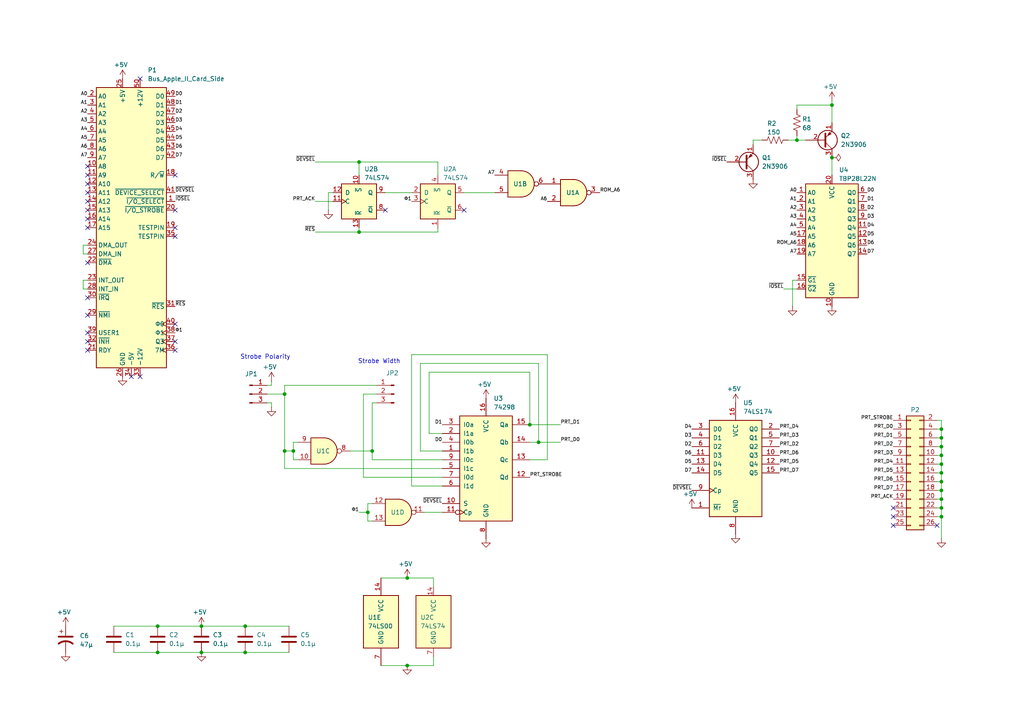
<source format=kicad_sch>
(kicad_sch (version 20231120) (generator "eeschema") (generator_version "8.0")
  (paper "A4")
  (title_block (title "Microtek PV611") (date "2024-07-27") (rev "B") (comment 2 "captured by Mark Aikens") (comment 3 "by Microtek") (comment 4 "Apple II Parallel Printer card"))
  (lib_symbols
    (symbol "74xx:74LS00" (pin_names (offset 1.016))
      (property "Reference" "U" (at 0 1.27 0))
      (property "Value" "74LS00" (at 0 -1.27 0))
      (symbol "74LS00_1_1"
        (arc (start 0 -3.81) (mid 3.7934 0) (end 0 3.81) (stroke (width 0.254)) (fill (type background)))
        (polyline (pts (xy 0 3.81) (xy -3.81 3.81) (xy -3.81 -3.81) (xy 0 -3.81)) (stroke (width 0.254)) (fill (type background)))
        (pin input line (at -7.62 2.54 0) (length 3.81) (name "~") (number "1"))
        (pin input line (at -7.62 -2.54 0) (length 3.81) (name "~") (number "2"))
        (pin output inverted (at 7.62 0 180) (length 3.81) (name "~") (number "3"))
      )
      (symbol "74LS00_1_2"
        (arc (start -3.81 -3.81) (mid -2.589 0) (end -3.81 3.81) (stroke (width 0.254)))
        (arc (start -0.6096 -3.81) (mid 2.1842 -2.5851) (end 3.81 0) (stroke (width 0.254)) (fill (type background)))
        (polyline (pts (xy -3.81 -3.81) (xy -0.635 -3.81)) (stroke (width 0.254)) (fill (type background)))
        (polyline (pts (xy -3.81 3.81) (xy -0.635 3.81)) (stroke (width 0.254)) (fill (type background)))
        (polyline (pts (xy -0.635 3.81) (xy -3.81 3.81) (xy -3.81 3.81) (xy -3.556 3.4036) (xy -3.0226 2.2606) (xy -2.6924 1.0414) (xy -2.6162 -0.254) (xy -2.7686 -1.4986) (xy -3.175 -2.7178) (xy -3.81 -3.81) (xy -3.81 -3.81) (xy -0.635 -3.81)) (stroke (width -25.4)) (fill (type background)))
        (arc (start 3.81 0) (mid 2.1915 2.5936) (end -0.6096 3.81) (stroke (width 0.254)) (fill (type background)))
        (pin input inverted (at -7.62 2.54 0) (length 4.318) (name "~") (number "1"))
        (pin input inverted (at -7.62 -2.54 0) (length 4.318) (name "~") (number "2"))
        (pin output line (at 7.62 0 180) (length 3.81) (name "~") (number "3"))
      )
      (symbol "74LS00_2_1"
        (arc (start 0 -3.81) (mid 3.7934 0) (end 0 3.81) (stroke (width 0.254)) (fill (type background)))
        (polyline (pts (xy 0 3.81) (xy -3.81 3.81) (xy -3.81 -3.81) (xy 0 -3.81)) (stroke (width 0.254)) (fill (type background)))
        (pin input line (at -7.62 2.54 0) (length 3.81) (name "~") (number "4"))
        (pin input line (at -7.62 -2.54 0) (length 3.81) (name "~") (number "5"))
        (pin output inverted (at 7.62 0 180) (length 3.81) (name "~") (number "6"))
      )
      (symbol "74LS00_2_2"
        (arc (start -3.81 -3.81) (mid -2.589 0) (end -3.81 3.81) (stroke (width 0.254)))
        (arc (start -0.6096 -3.81) (mid 2.1842 -2.5851) (end 3.81 0) (stroke (width 0.254)) (fill (type background)))
        (polyline (pts (xy -3.81 -3.81) (xy -0.635 -3.81)) (stroke (width 0.254)) (fill (type background)))
        (polyline (pts (xy -3.81 3.81) (xy -0.635 3.81)) (stroke (width 0.254)) (fill (type background)))
        (polyline (pts (xy -0.635 3.81) (xy -3.81 3.81) (xy -3.81 3.81) (xy -3.556 3.4036) (xy -3.0226 2.2606) (xy -2.6924 1.0414) (xy -2.6162 -0.254) (xy -2.7686 -1.4986) (xy -3.175 -2.7178) (xy -3.81 -3.81) (xy -3.81 -3.81) (xy -0.635 -3.81)) (stroke (width -25.4)) (fill (type background)))
        (arc (start 3.81 0) (mid 2.1915 2.5936) (end -0.6096 3.81) (stroke (width 0.254)) (fill (type background)))
        (pin input inverted (at -7.62 2.54 0) (length 4.318) (name "~") (number "4"))
        (pin input inverted (at -7.62 -2.54 0) (length 4.318) (name "~") (number "5"))
        (pin output line (at 7.62 0 180) (length 3.81) (name "~") (number "6"))
      )
      (symbol "74LS00_3_1"
        (arc (start 0 -3.81) (mid 3.7934 0) (end 0 3.81) (stroke (width 0.254)) (fill (type background)))
        (polyline (pts (xy 0 3.81) (xy -3.81 3.81) (xy -3.81 -3.81) (xy 0 -3.81)) (stroke (width 0.254)) (fill (type background)))
        (pin input line (at -7.62 -2.54 0) (length 3.81) (name "~") (number "10"))
        (pin output inverted (at 7.62 0 180) (length 3.81) (name "~") (number "8"))
        (pin input line (at -7.62 2.54 0) (length 3.81) (name "~") (number "9"))
      )
      (symbol "74LS00_3_2"
        (arc (start -3.81 -3.81) (mid -2.589 0) (end -3.81 3.81) (stroke (width 0.254)))
        (arc (start -0.6096 -3.81) (mid 2.1842 -2.5851) (end 3.81 0) (stroke (width 0.254)) (fill (type background)))
        (polyline (pts (xy -3.81 -3.81) (xy -0.635 -3.81)) (stroke (width 0.254)) (fill (type background)))
        (polyline (pts (xy -3.81 3.81) (xy -0.635 3.81)) (stroke (width 0.254)) (fill (type background)))
        (polyline (pts (xy -0.635 3.81) (xy -3.81 3.81) (xy -3.81 3.81) (xy -3.556 3.4036) (xy -3.0226 2.2606) (xy -2.6924 1.0414) (xy -2.6162 -0.254) (xy -2.7686 -1.4986) (xy -3.175 -2.7178) (xy -3.81 -3.81) (xy -3.81 -3.81) (xy -0.635 -3.81)) (stroke (width -25.4)) (fill (type background)))
        (arc (start 3.81 0) (mid 2.1915 2.5936) (end -0.6096 3.81) (stroke (width 0.254)) (fill (type background)))
        (pin input inverted (at -7.62 -2.54 0) (length 4.318) (name "~") (number "10"))
        (pin output line (at 7.62 0 180) (length 3.81) (name "~") (number "8"))
        (pin input inverted (at -7.62 2.54 0) (length 4.318) (name "~") (number "9"))
      )
      (symbol "74LS00_4_1"
        (arc (start 0 -3.81) (mid 3.7934 0) (end 0 3.81) (stroke (width 0.254)) (fill (type background)))
        (polyline (pts (xy 0 3.81) (xy -3.81 3.81) (xy -3.81 -3.81) (xy 0 -3.81)) (stroke (width 0.254)) (fill (type background)))
        (pin output inverted (at 7.62 0 180) (length 3.81) (name "~") (number "11"))
        (pin input line (at -7.62 2.54 0) (length 3.81) (name "~") (number "12"))
        (pin input line (at -7.62 -2.54 0) (length 3.81) (name "~") (number "13"))
      )
      (symbol "74LS00_4_2"
        (arc (start -3.81 -3.81) (mid -2.589 0) (end -3.81 3.81) (stroke (width 0.254)))
        (arc (start -0.6096 -3.81) (mid 2.1842 -2.5851) (end 3.81 0) (stroke (width 0.254)) (fill (type background)))
        (polyline (pts (xy -3.81 -3.81) (xy -0.635 -3.81)) (stroke (width 0.254)) (fill (type background)))
        (polyline (pts (xy -3.81 3.81) (xy -0.635 3.81)) (stroke (width 0.254)) (fill (type background)))
        (polyline (pts (xy -0.635 3.81) (xy -3.81 3.81) (xy -3.81 3.81) (xy -3.556 3.4036) (xy -3.0226 2.2606) (xy -2.6924 1.0414) (xy -2.6162 -0.254) (xy -2.7686 -1.4986) (xy -3.175 -2.7178) (xy -3.81 -3.81) (xy -3.81 -3.81) (xy -0.635 -3.81)) (stroke (width -25.4)) (fill (type background)))
        (arc (start 3.81 0) (mid 2.1915 2.5936) (end -0.6096 3.81) (stroke (width 0.254)) (fill (type background)))
        (pin output line (at 7.62 0 180) (length 3.81) (name "~") (number "11"))
        (pin input inverted (at -7.62 2.54 0) (length 4.318) (name "~") (number "12"))
        (pin input inverted (at -7.62 -2.54 0) (length 4.318) (name "~") (number "13"))
      )
      (symbol "74LS00_5_0"
        (pin power_in line (at 0 12.7 270) (length 5.08) (name "VCC") (number "14"))
        (pin power_in line (at 0 -12.7 90) (length 5.08) (name "GND") (number "7"))
      )
      (symbol "74LS00_5_1"
        (rectangle (start -5.08 7.62) (end 5.08 -7.62) (stroke (width 0.254)) (fill (type background)))
      )
    )
    (symbol "74xx:74LS174" (pin_names (offset 1.016))
      (property "Reference" "U" (at -7.62 13.97 0))
      (property "Value" "74LS174" (at -7.62 -16.51 0))
      (symbol "74LS174_1_0"
        (pin input line (at -12.7 -12.7 0) (length 5.08) (name "~{Mr}") (number "1"))
        (pin output line (at 12.7 2.54 180) (length 5.08) (name "Q3") (number "10"))
        (pin input line (at -12.7 2.54 0) (length 5.08) (name "D3") (number "11"))
        (pin output line (at 12.7 0 180) (length 5.08) (name "Q4") (number "12"))
        (pin input line (at -12.7 0 0) (length 5.08) (name "D4") (number "13"))
        (pin input line (at -12.7 -2.54 0) (length 5.08) (name "D5") (number "14"))
        (pin output line (at 12.7 -2.54 180) (length 5.08) (name "Q5") (number "15"))
        (pin power_in line (at 0 17.78 270) (length 5.08) (name "VCC") (number "16"))
        (pin output line (at 12.7 10.16 180) (length 5.08) (name "Q0") (number "2"))
        (pin input line (at -12.7 10.16 0) (length 5.08) (name "D0") (number "3"))
        (pin input line (at -12.7 7.62 0) (length 5.08) (name "D1") (number "4"))
        (pin output line (at 12.7 7.62 180) (length 5.08) (name "Q1") (number "5"))
        (pin input line (at -12.7 5.08 0) (length 5.08) (name "D2") (number "6"))
        (pin output line (at 12.7 5.08 180) (length 5.08) (name "Q2") (number "7"))
        (pin power_in line (at 0 -20.32 90) (length 5.08) (name "GND") (number "8"))
        (pin input clock (at -12.7 -7.62 0) (length 5.08) (name "Cp") (number "9"))
      )
      (symbol "74LS174_1_1"
        (rectangle (start -7.62 12.7) (end 7.62 -15.24) (stroke (width 0.254)) (fill (type background)))
      )
    )
    (symbol "74xx:74LS298" (pin_names (offset 1.016))
      (property "Reference" "U" (at -7.62 16.51 0))
      (property "Value" "74LS298" (at -7.62 -16.51 0))
      (symbol "74LS298_1_0"
        (pin input line (at -12.7 5.08 0) (length 5.08) (name "I1b") (number "1"))
        (pin input line (at -12.7 -10.16 0) (length 5.08) (name "S") (number "10"))
        (pin input inverted_clock (at -12.7 -12.7 0) (length 5.08) (name "Cp") (number "11"))
        (pin output line (at 12.7 -2.54 180) (length 5.08) (name "Qd") (number "12"))
        (pin output line (at 12.7 2.54 180) (length 5.08) (name "Qc") (number "13"))
        (pin output line (at 12.7 7.62 180) (length 5.08) (name "Qb") (number "14"))
        (pin output line (at 12.7 12.7 180) (length 5.08) (name "Qa") (number "15"))
        (pin power_in line (at 0 20.32 270) (length 5.08) (name "VCC") (number "16"))
        (pin input line (at -12.7 10.16 0) (length 5.08) (name "I1a") (number "2"))
        (pin input line (at -12.7 12.7 0) (length 5.08) (name "I0a") (number "3"))
        (pin input line (at -12.7 7.62 0) (length 5.08) (name "I0b") (number "4"))
        (pin input line (at -12.7 0 0) (length 5.08) (name "I1c") (number "5"))
        (pin input line (at -12.7 -5.08 0) (length 5.08) (name "I1d") (number "6"))
        (pin input line (at -12.7 -2.54 0) (length 5.08) (name "I0d") (number "7"))
        (pin power_in line (at 0 -20.32 90) (length 5.08) (name "GND") (number "8"))
        (pin input line (at -12.7 2.54 0) (length 5.08) (name "I0c") (number "9"))
      )
      (symbol "74LS298_1_1"
        (rectangle (start -7.62 15.24) (end 7.62 -15.24) (stroke (width 0.254)) (fill (type background)))
      )
    )
    (symbol "74xx:74LS74" (pin_names (offset 1.016))
      (property "Reference" "U" (at -7.62 8.89 0))
      (property "Value" "74LS74" (at -7.62 -8.89 0))
      (symbol "74LS74_1_0"
        (pin input line (at 0 -7.62 90) (length 2.54) (name "~{R}") (number "1"))
        (pin input line (at -7.62 2.54 0) (length 2.54) (name "D") (number "2"))
        (pin input clock (at -7.62 0 0) (length 2.54) (name "C") (number "3"))
        (pin input line (at 0 7.62 270) (length 2.54) (name "~{S}") (number "4"))
        (pin output line (at 7.62 2.54 180) (length 2.54) (name "Q") (number "5"))
        (pin output line (at 7.62 -2.54 180) (length 2.54) (name "~{Q}") (number "6"))
      )
      (symbol "74LS74_1_1"
        (rectangle (start -5.08 5.08) (end 5.08 -5.08) (stroke (width 0.254)) (fill (type background)))
      )
      (symbol "74LS74_2_0"
        (pin input line (at 0 7.62 270) (length 2.54) (name "~{S}") (number "10"))
        (pin input clock (at -7.62 0 0) (length 2.54) (name "C") (number "11"))
        (pin input line (at -7.62 2.54 0) (length 2.54) (name "D") (number "12"))
        (pin input line (at 0 -7.62 90) (length 2.54) (name "~{R}") (number "13"))
        (pin output line (at 7.62 -2.54 180) (length 2.54) (name "~{Q}") (number "8"))
        (pin output line (at 7.62 2.54 180) (length 2.54) (name "Q") (number "9"))
      )
      (symbol "74LS74_2_1"
        (rectangle (start -5.08 5.08) (end 5.08 -5.08) (stroke (width 0.254)) (fill (type background)))
      )
      (symbol "74LS74_3_0"
        (pin power_in line (at 0 10.16 270) (length 2.54) (name "VCC") (number "14"))
        (pin power_in line (at 0 -10.16 90) (length 2.54) (name "GND") (number "7"))
      )
      (symbol "74LS74_3_1"
        (rectangle (start -5.08 7.62) (end 5.08 -7.62) (stroke (width 0.254)) (fill (type background)))
      )
    )
    (symbol "Connector:Conn_01x03_Pin" (pin_names (offset 1.016) hide)
      (property "Reference" "J" (at 0 5.08 0))
      (property "Value" "Conn_01x03_Pin" (at 0 -5.08 0))
      (symbol "Conn_01x03_Pin_1_1"
        (polyline (pts (xy 1.27 -2.54) (xy 0.8636 -2.54)) (stroke (width 0.1524)))
        (polyline (pts (xy 1.27 0) (xy 0.8636 0)) (stroke (width 0.1524)))
        (polyline (pts (xy 1.27 2.54) (xy 0.8636 2.54)) (stroke (width 0.1524)))
        (rectangle (start 0.8636 -2.413) (end 0 -2.667) (stroke (width 0.1524)) (fill (type outline)))
        (rectangle (start 0.8636 0.127) (end 0 -0.127) (stroke (width 0.1524)) (fill (type outline)))
        (rectangle (start 0.8636 2.667) (end 0 2.413) (stroke (width 0.1524)) (fill (type outline)))
        (pin passive line (at 5.08 2.54 180) (length 3.81) (name "Pin_1") (number "1"))
        (pin passive line (at 5.08 0 180) (length 3.81) (name "Pin_2") (number "2"))
        (pin passive line (at 5.08 -2.54 180) (length 3.81) (name "Pin_3") (number "3"))
      )
    )
    (symbol "Connector_Generic:Conn_02x13_Odd_Even" (pin_names (offset 1.016) hide)
      (property "Reference" "J" (at 1.27 17.78 0))
      (property "Value" "Conn_02x13_Odd_Even" (at 1.27 -17.78 0))
      (symbol "Conn_02x13_Odd_Even_1_1"
        (rectangle (start -1.27 -15.113) (end 0 -15.367) (stroke (width 0.1524)))
        (rectangle (start -1.27 -12.573) (end 0 -12.827) (stroke (width 0.1524)))
        (rectangle (start -1.27 -10.033) (end 0 -10.287) (stroke (width 0.1524)))
        (rectangle (start -1.27 -7.493) (end 0 -7.747) (stroke (width 0.1524)))
        (rectangle (start -1.27 -4.953) (end 0 -5.207) (stroke (width 0.1524)))
        (rectangle (start -1.27 -2.413) (end 0 -2.667) (stroke (width 0.1524)))
        (rectangle (start -1.27 0.127) (end 0 -0.127) (stroke (width 0.1524)))
        (rectangle (start -1.27 2.667) (end 0 2.413) (stroke (width 0.1524)))
        (rectangle (start -1.27 5.207) (end 0 4.953) (stroke (width 0.1524)))
        (rectangle (start -1.27 7.747) (end 0 7.493) (stroke (width 0.1524)))
        (rectangle (start -1.27 10.287) (end 0 10.033) (stroke (width 0.1524)))
        (rectangle (start -1.27 12.827) (end 0 12.573) (stroke (width 0.1524)))
        (rectangle (start -1.27 15.367) (end 0 15.113) (stroke (width 0.1524)))
        (rectangle (start -1.27 16.51) (end 3.81 -16.51) (stroke (width 0.254)) (fill (type background)))
        (rectangle (start 3.81 -15.113) (end 2.54 -15.367) (stroke (width 0.1524)))
        (rectangle (start 3.81 -12.573) (end 2.54 -12.827) (stroke (width 0.1524)))
        (rectangle (start 3.81 -10.033) (end 2.54 -10.287) (stroke (width 0.1524)))
        (rectangle (start 3.81 -7.493) (end 2.54 -7.747) (stroke (width 0.1524)))
        (rectangle (start 3.81 -4.953) (end 2.54 -5.207) (stroke (width 0.1524)))
        (rectangle (start 3.81 -2.413) (end 2.54 -2.667) (stroke (width 0.1524)))
        (rectangle (start 3.81 0.127) (end 2.54 -0.127) (stroke (width 0.1524)))
        (rectangle (start 3.81 2.667) (end 2.54 2.413) (stroke (width 0.1524)))
        (rectangle (start 3.81 5.207) (end 2.54 4.953) (stroke (width 0.1524)))
        (rectangle (start 3.81 7.747) (end 2.54 7.493) (stroke (width 0.1524)))
        (rectangle (start 3.81 10.287) (end 2.54 10.033) (stroke (width 0.1524)))
        (rectangle (start 3.81 12.827) (end 2.54 12.573) (stroke (width 0.1524)))
        (rectangle (start 3.81 15.367) (end 2.54 15.113) (stroke (width 0.1524)))
        (pin passive line (at -5.08 15.24 0) (length 3.81) (name "Pin_1") (number "1"))
        (pin passive line (at 7.62 5.08 180) (length 3.81) (name "Pin_10") (number "10"))
        (pin passive line (at -5.08 2.54 0) (length 3.81) (name "Pin_11") (number "11"))
        (pin passive line (at 7.62 2.54 180) (length 3.81) (name "Pin_12") (number "12"))
        (pin passive line (at -5.08 0 0) (length 3.81) (name "Pin_13") (number "13"))
        (pin passive line (at 7.62 0 180) (length 3.81) (name "Pin_14") (number "14"))
        (pin passive line (at -5.08 -2.54 0) (length 3.81) (name "Pin_15") (number "15"))
        (pin passive line (at 7.62 -2.54 180) (length 3.81) (name "Pin_16") (number "16"))
        (pin passive line (at -5.08 -5.08 0) (length 3.81) (name "Pin_17") (number "17"))
        (pin passive line (at 7.62 -5.08 180) (length 3.81) (name "Pin_18") (number "18"))
        (pin passive line (at -5.08 -7.62 0) (length 3.81) (name "Pin_19") (number "19"))
        (pin passive line (at 7.62 15.24 180) (length 3.81) (name "Pin_2") (number "2"))
        (pin passive line (at 7.62 -7.62 180) (length 3.81) (name "Pin_20") (number "20"))
        (pin passive line (at -5.08 -10.16 0) (length 3.81) (name "Pin_21") (number "21"))
        (pin passive line (at 7.62 -10.16 180) (length 3.81) (name "Pin_22") (number "22"))
        (pin passive line (at -5.08 -12.7 0) (length 3.81) (name "Pin_23") (number "23"))
        (pin passive line (at 7.62 -12.7 180) (length 3.81) (name "Pin_24") (number "24"))
        (pin passive line (at -5.08 -15.24 0) (length 3.81) (name "Pin_25") (number "25"))
        (pin passive line (at 7.62 -15.24 180) (length 3.81) (name "Pin_26") (number "26"))
        (pin passive line (at -5.08 12.7 0) (length 3.81) (name "Pin_3") (number "3"))
        (pin passive line (at 7.62 12.7 180) (length 3.81) (name "Pin_4") (number "4"))
        (pin passive line (at -5.08 10.16 0) (length 3.81) (name "Pin_5") (number "5"))
        (pin passive line (at 7.62 10.16 180) (length 3.81) (name "Pin_6") (number "6"))
        (pin passive line (at -5.08 7.62 0) (length 3.81) (name "Pin_7") (number "7"))
        (pin passive line (at 7.62 7.62 180) (length 3.81) (name "Pin_8") (number "8"))
        (pin passive line (at -5.08 5.08 0) (length 3.81) (name "Pin_9") (number "9"))
      )
    )
    (symbol "Device:C" (pin_numbers hide) (pin_names (offset 0.254))
      (property "Reference" "C" (at 0.635 2.54 0))
      (property "Value" "C" (at 0.635 -2.54 0))
      (symbol "C_0_1"
        (polyline (pts (xy -2.032 -0.762) (xy 2.032 -0.762)) (stroke (width 0.508)))
        (polyline (pts (xy -2.032 0.762) (xy 2.032 0.762)) (stroke (width 0.508)))
      )
      (symbol "C_1_1"
        (pin passive line (at 0 3.81 270) (length 2.794) (name "~") (number "1"))
        (pin passive line (at 0 -3.81 90) (length 2.794) (name "~") (number "2"))
      )
    )
    (symbol "Device:C_Polarized_US" (pin_numbers hide) (pin_names (offset 0.254) hide)
      (property "Reference" "C" (at 0.635 2.54 0))
      (property "Value" "C_Polarized_US" (at 0.635 -2.54 0))
      (symbol "C_Polarized_US_0_1"
        (polyline (pts (xy -2.032 0.762) (xy 2.032 0.762)) (stroke (width 0.508)))
        (polyline (pts (xy -1.778 2.286) (xy -0.762 2.286)))
        (polyline (pts (xy -1.27 1.778) (xy -1.27 2.794)))
        (arc (start 2.032 -1.27) (mid 0 -0.5572) (end -2.032 -1.27) (stroke (width 0.508)))
      )
      (symbol "C_Polarized_US_1_1"
        (pin passive line (at 0 3.81 270) (length 2.794) (name "~") (number "1"))
        (pin passive line (at 0 -3.81 90) (length 3.302) (name "~") (number "2"))
      )
    )
    (symbol "Device:R_US" (pin_numbers hide) (pin_names (offset 0))
      (property "Reference" "R" (at 2.54 0 90))
      (property "Value" "R_US" (at -2.54 0 90))
      (symbol "R_US_0_1"
        (polyline (pts (xy 0 -2.286) (xy 0 -2.54)))
        (polyline (pts (xy 0 2.286) (xy 0 2.54)))
        (polyline (pts (xy 0 -0.762) (xy 1.016 -1.143) (xy 0 -1.524) (xy -1.016 -1.905) (xy 0 -2.286)))
        (polyline (pts (xy 0 0.762) (xy 1.016 0.381) (xy 0 0) (xy -1.016 -0.381) (xy 0 -0.762)))
        (polyline (pts (xy 0 2.286) (xy 1.016 1.905) (xy 0 1.524) (xy -1.016 1.143) (xy 0 0.762)))
      )
      (symbol "R_US_1_1"
        (pin passive line (at 0 3.81 270) (length 1.27) (name "~") (number "1"))
        (pin passive line (at 0 -3.81 90) (length 1.27) (name "~") (number "2"))
      )
    )
    (symbol "Memory_Legacy:TBP28L22"
      (property "Reference" "U" (at -7.62 17.78 0))
      (property "Value" "TBP28L22" (at 2.54 -18.034 0))
      (symbol "TBP28L22_1_1"
        (rectangle (start -7.62 16.51) (end 7.62 -16.51) (stroke (width 0.254)) (fill (type background)))
        (pin input line (at -10.16 13.97 0) (length 2.54) (name "A0") (number "1"))
        (pin power_in line (at 0 -19.05 90) (length 2.54) (name "GND") (number "10"))
        (pin tri_state line (at 10.16 3.81 180) (length 2.54) (name "Q4") (number "11"))
        (pin tri_state line (at 10.16 1.27 180) (length 2.54) (name "Q5") (number "12"))
        (pin tri_state line (at 10.16 -1.27 180) (length 2.54) (name "Q6") (number "13"))
        (pin tri_state line (at 10.16 -3.81 180) (length 2.54) (name "Q7") (number "14"))
        (pin input line (at -10.16 -11.43 0) (length 2.54) (name "~{G1}") (number "15"))
        (pin input line (at -10.16 -13.97 0) (length 2.54) (name "~{G2}") (number "16"))
        (pin input line (at -10.16 1.27 0) (length 2.54) (name "A5") (number "17"))
        (pin input line (at -10.16 -1.27 0) (length 2.54) (name "A6") (number "18"))
        (pin input line (at -10.16 -3.81 0) (length 2.54) (name "A7") (number "19"))
        (pin input line (at -10.16 11.43 0) (length 2.54) (name "A1") (number "2"))
        (pin power_in line (at 0 19.05 270) (length 2.54) (name "VCC") (number "20"))
        (pin input line (at -10.16 8.89 0) (length 2.54) (name "A2") (number "3"))
        (pin input line (at -10.16 6.35 0) (length 2.54) (name "A3") (number "4"))
        (pin input line (at -10.16 3.81 0) (length 2.54) (name "A4") (number "5"))
        (pin tri_state line (at 10.16 13.97 180) (length 2.54) (name "Q0") (number "6"))
        (pin tri_state line (at 10.16 11.43 180) (length 2.54) (name "Q1") (number "7"))
        (pin tri_state line (at 10.16 8.89 180) (length 2.54) (name "Q2") (number "8"))
        (pin tri_state line (at 10.16 6.35 180) (length 2.54) (name "Q3") (number "9"))
      )
    )
    (symbol "PCM_MA_Connector_AppleII:Bus_Apple_II_Card_Side" (in_bom no)
      (property "Reference" "J" (at 7.62 41.91 0))
      (property "Value" "Bus_Apple_II_Card_Side" (at 15.24 -41.91 0))
      (symbol "Bus_Apple_II_Card_Side_0_1"
        (rectangle (start -10.16 40.64) (end 10.16 -40.64) (stroke (width 0.254)) (fill (type background)))
      )
      (symbol "Bus_Apple_II_Card_Side_1_1"
        (pin output line (at 12.7 7.62 180) (length 2.54) (name "~{I/O_SELECT}") (number "1"))
        (pin bidirectional line (at -12.7 17.78 0) (length 2.54) (name "A8") (number "10"))
        (pin bidirectional line (at -12.7 15.24 0) (length 2.54) (name "A9") (number "11"))
        (pin bidirectional line (at -12.7 12.7 0) (length 2.54) (name "A10") (number "12"))
        (pin bidirectional line (at -12.7 10.16 0) (length 2.54) (name "A11") (number "13"))
        (pin bidirectional line (at -12.7 7.62 0) (length 2.54) (name "A12") (number "14"))
        (pin bidirectional line (at -12.7 5.08 0) (length 2.54) (name "A13") (number "15"))
        (pin bidirectional line (at -12.7 2.54 0) (length 2.54) (name "A14") (number "16"))
        (pin bidirectional line (at -12.7 0 0) (length 2.54) (name "A15") (number "17"))
        (pin bidirectional line (at 12.7 15.24 180) (length 2.54) (name "R/~{W}") (number "18"))
        (pin input line (at 12.7 0 180) (length 2.54) (name "TESTPIN") (number "19"))
        (pin bidirectional line (at -12.7 38.1 0) (length 2.54) (name "A0") (number "2"))
        (pin output line (at 12.7 5.08 180) (length 2.54) (name "~{I/O_STROBE}") (number "20"))
        (pin input line (at -12.7 -35.56 0) (length 2.54) (name "RDY") (number "21"))
        (pin input line (at -12.7 -10.16 0) (length 2.54) (name "~{DMA}") (number "22"))
        (pin input line (at -12.7 -15.24 0) (length 2.54) (name "INT_OUT") (number "23"))
        (pin input line (at -12.7 -5.08 0) (length 2.54) (name "DMA_OUT") (number "24"))
        (pin power_out line (at -2.54 43.18 270) (length 2.54) (name "+5V") (number "25"))
        (pin power_out line (at -2.54 -43.18 90) (length 2.54) (name "GND") (number "26"))
        (pin output line (at -12.7 -7.62 0) (length 2.54) (name "DMA_IN") (number "27"))
        (pin output line (at -12.7 -17.78 0) (length 2.54) (name "INT_IN") (number "28"))
        (pin input line (at -12.7 -25.4 0) (length 2.54) (name "~{NMI}") (number "29"))
        (pin bidirectional line (at -12.7 35.56 0) (length 2.54) (name "A1") (number "3"))
        (pin input line (at -12.7 -20.32 0) (length 2.54) (name "~{IRQ}") (number "30"))
        (pin bidirectional line (at 12.7 -22.86 180) (length 2.54) (name "~{RES}") (number "31"))
        (pin input line (at -12.7 -33.02 0) (length 2.54) (name "~{INH}") (number "32"))
        (pin power_out line (at 2.54 -43.18 90) (length 2.54) (name "-12V") (number "33"))
        (pin power_out line (at 0 -43.18 90) (length 2.54) (name "-5V") (number "34"))
        (pin input line (at 12.7 -2.54 180) (length 2.54) (name "TESTPIN") (number "35"))
        (pin output clock (at 12.7 -35.56 180) (length 2.54) (name "7M") (number "36"))
        (pin output clock (at 12.7 -33.02 180) (length 2.54) (name "Q3") (number "37"))
        (pin output clock (at 12.7 -30.48 180) (length 2.54) (name "Φ1") (number "38"))
        (pin input line (at -12.7 -30.48 0) (length 2.54) (name "USER1") (number "39"))
        (pin bidirectional line (at -12.7 33.02 0) (length 2.54) (name "A2") (number "4"))
        (pin output clock (at 12.7 -27.94 180) (length 2.54) (name "Φ0") (number "40"))
        (pin output line (at 12.7 10.16 180) (length 2.54) (name "~{DEVICE_SELECT}") (number "41"))
        (pin bidirectional line (at 12.7 20.32 180) (length 2.54) (name "D7") (number "42"))
        (pin bidirectional line (at 12.7 22.86 180) (length 2.54) (name "D6") (number "43"))
        (pin bidirectional line (at 12.7 25.4 180) (length 2.54) (name "D5") (number "44"))
        (pin bidirectional line (at 12.7 27.94 180) (length 2.54) (name "D4") (number "45"))
        (pin bidirectional line (at 12.7 30.48 180) (length 2.54) (name "D3") (number "46"))
        (pin bidirectional line (at 12.7 33.02 180) (length 2.54) (name "D2") (number "47"))
        (pin bidirectional line (at 12.7 35.56 180) (length 2.54) (name "D1") (number "48"))
        (pin bidirectional line (at 12.7 38.1 180) (length 2.54) (name "D0") (number "49"))
        (pin bidirectional line (at -12.7 30.48 0) (length 2.54) (name "A3") (number "5"))
        (pin power_out line (at 2.54 43.18 270) (length 2.54) (name "+12V") (number "50"))
        (pin bidirectional line (at -12.7 27.94 0) (length 2.54) (name "A4") (number "6"))
        (pin bidirectional line (at -12.7 25.4 0) (length 2.54) (name "A5") (number "7"))
        (pin bidirectional line (at -12.7 22.86 0) (length 2.54) (name "A6") (number "8"))
        (pin bidirectional line (at -12.7 20.32 0) (length 2.54) (name "A7") (number "9"))
      )
    )
    (symbol "Transistor_BJT:2N3906" (pin_names (offset 0) hide)
      (property "Reference" "Q" (at 5.08 1.905 0))
      (property "Value" "2N3906" (at 5.08 0 0))
      (symbol "2N3906_0_1"
        (polyline (pts (xy 0.635 0.635) (xy 2.54 2.54)))
        (polyline (pts (xy 0.635 -0.635) (xy 2.54 -2.54) (xy 2.54 -2.54)))
        (polyline (pts (xy 0.635 1.905) (xy 0.635 -1.905) (xy 0.635 -1.905)) (stroke (width 0.508)))
        (polyline (pts (xy 2.286 -1.778) (xy 1.778 -2.286) (xy 1.27 -1.27) (xy 2.286 -1.778) (xy 2.286 -1.778)) (fill (type outline)))
        (circle (center 1.27 0) (radius 2.8194) (stroke (width 0.254)))
      )
      (symbol "2N3906_1_1"
        (pin passive line (at 2.54 -5.08 90) (length 2.54) (name "E") (number "1"))
        (pin input line (at -5.08 0 0) (length 5.715) (name "B") (number "2"))
        (pin passive line (at 2.54 5.08 270) (length 2.54) (name "C") (number "3"))
      )
    )
    (symbol "power:+5V" (power) (pin_numbers hide) (pin_names (offset 0) hide)
      (property "Value" "+5V" (at 0 3.556 0))
      (symbol "+5V_0_1"
        (polyline (pts (xy -0.762 1.27) (xy 0 2.54)))
        (polyline (pts (xy 0 0) (xy 0 2.54)))
        (polyline (pts (xy 0 2.54) (xy 0.762 1.27)))
      )
      (symbol "+5V_1_1"
        (pin power_in line (at 0 0 90) (length 0) (name "~") (number "1"))
      )
    )
    (symbol "power:GND" (power) (pin_numbers hide) (pin_names (offset 0) hide)
      (property "Value" "GND" (at 0 -3.81 0))
      (symbol "GND_0_1"
        (polyline (pts (xy 0 0) (xy 0 -1.27) (xy 1.27 -1.27) (xy 0 -2.54) (xy -1.27 -1.27) (xy 0 -1.27)))
      )
      (symbol "GND_1_1"
        (pin power_in line (at 0 0 270) (length 0) (name "~") (number "1"))
      )
    )
    (symbol "power:PWR_FLAG" (power) (pin_numbers hide) (pin_names (offset 0) hide)
      (property "Value" "PWR_FLAG" (at 0 3.81 0))
      (symbol "PWR_FLAG_0_0"
        (pin power_out line (at 0 0 90) (length 0) (name "~") (number "1"))
      )
      (symbol "PWR_FLAG_0_1"
        (polyline (pts (xy 0 0) (xy 0 1.27) (xy -1.016 1.905) (xy 0 2.54) (xy 1.016 1.905) (xy 0 1.27)))
      )
    )
  )
  (junction (at 273.05 134.62))
  (junction (at 71.12 181.61))
  (junction (at 273.05 149.86))
  (junction (at 273.05 127))
  (junction (at 156.21 128.27))
  (junction (at 82.55 130.81))
  (junction (at 241.3 30.48))
  (junction (at 45.72 181.61))
  (junction (at 273.05 144.78))
  (junction (at 273.05 137.16))
  (junction (at 104.14 67.31))
  (junction (at 85.09 130.81))
  (junction (at 273.05 132.08))
  (junction (at 273.05 142.24))
  (junction (at 273.05 129.54))
  (junction (at 153.67 123.19))
  (junction (at 241.3 45.72))
  (junction (at 58.42 189.23))
  (junction (at 118.11 193.04))
  (junction (at 82.55 114.3))
  (junction (at 231.14 40.64))
  (junction (at 107.95 130.81))
  (junction (at 273.05 147.32))
  (junction (at 273.05 139.7))
  (junction (at 45.72 189.23))
  (junction (at 104.14 46.99))
  (junction (at 118.11 167.64))
  (junction (at 58.42 181.61))
  (junction (at 71.12 189.23))
  (junction (at 273.05 124.46))
  (junction (at 106.68 148.59))
  (no_connect (at 50.8 50.8))
  (no_connect (at 25.4 86.36))
  (no_connect (at 25.4 58.42))
  (no_connect (at 25.4 99.06))
  (no_connect (at 25.4 76.2))
  (no_connect (at 50.8 93.98))
  (no_connect (at 25.4 48.26))
  (no_connect (at 259.08 147.32))
  (no_connect (at 111.76 60.96))
  (no_connect (at 50.8 101.6))
  (no_connect (at 40.64 22.86))
  (no_connect (at 40.64 109.22))
  (no_connect (at 25.4 101.6))
  (no_connect (at 271.78 152.4))
  (no_connect (at 25.4 50.8))
  (no_connect (at 25.4 66.04))
  (no_connect (at 25.4 60.96))
  (no_connect (at 50.8 99.06))
  (no_connect (at 259.08 152.4))
  (no_connect (at 25.4 53.34))
  (no_connect (at 25.4 91.44))
  (no_connect (at 50.8 68.58))
  (no_connect (at 259.08 149.86))
  (no_connect (at 50.8 60.96))
  (no_connect (at 25.4 63.5))
  (no_connect (at 50.8 66.04))
  (no_connect (at 25.4 55.88))
  (no_connect (at 134.62 60.96))
  (no_connect (at 25.4 96.52))
  (no_connect (at 38.1 109.22))
  (wire (pts (xy 110.49 167.64) (xy 118.11 167.64)))
  (wire (pts (xy 158.75 102.87) (xy 158.75 133.35)))
  (wire (pts (xy 153.67 107.95) (xy 153.67 123.19)))
  (wire (pts (xy 77.47 114.3) (xy 82.55 114.3)))
  (wire (pts (xy 124.46 125.73) (xy 124.46 107.95)))
  (wire (pts (xy 85.09 128.27) (xy 85.09 130.81)))
  (wire (pts (xy 271.78 127) (xy 273.05 127)))
  (wire (pts (xy 273.05 132.08) (xy 273.05 134.62)))
  (wire (pts (xy 82.55 130.81) (xy 82.55 135.89)))
  (wire (pts (xy 134.62 55.88) (xy 143.51 55.88)))
  (wire (pts (xy 24.13 83.82) (xy 25.4 83.82)))
  (wire (pts (xy 271.78 124.46) (xy 273.05 124.46)))
  (wire (pts (xy 78.74 111.76) (xy 78.74 110.49)))
  (wire (pts (xy 125.73 167.64) (xy 125.73 170.18)))
  (wire (pts (xy 123.19 148.59) (xy 128.27 148.59)))
  (wire (pts (xy 273.05 149.86) (xy 273.05 156.21)))
  (wire (pts (xy 107.95 130.81) (xy 107.95 133.35)))
  (wire (pts (xy 58.42 181.61) (xy 71.12 181.61)))
  (wire (pts (xy 107.95 146.05) (xy 106.68 146.05)))
  (wire (pts (xy 107.95 116.84) (xy 107.95 130.81)))
  (wire (pts (xy 95.25 55.88) (xy 95.25 60.96)))
  (wire (pts (xy 77.47 116.84) (xy 78.74 116.84)))
  (wire (pts (xy 24.13 73.66) (xy 25.4 73.66)))
  (wire (pts (xy 71.12 189.23) (xy 58.42 189.23)))
  (wire (pts (xy 85.09 133.35) (xy 86.36 133.35)))
  (wire (pts (xy 33.02 181.61) (xy 45.72 181.61)))
  (wire (pts (xy 241.3 45.72) (xy 241.3 50.8)))
  (wire (pts (xy 273.05 142.24) (xy 273.05 144.78)))
  (wire (pts (xy 82.55 135.89) (xy 128.27 135.89)))
  (wire (pts (xy 91.44 46.99) (xy 104.14 46.99)))
  (wire (pts (xy 121.92 105.41) (xy 156.21 105.41)))
  (wire (pts (xy 271.78 121.92) (xy 273.05 121.92)))
  (wire (pts (xy 85.09 130.81) (xy 85.09 133.35)))
  (wire (pts (xy 220.98 40.64) (xy 218.44 40.64)))
  (wire (pts (xy 227.33 83.82) (xy 231.14 83.82)))
  (wire (pts (xy 241.3 29.21) (xy 241.3 30.48)))
  (wire (pts (xy 104.14 148.59) (xy 106.68 148.59)))
  (wire (pts (xy 127 46.99) (xy 127 50.8)))
  (wire (pts (xy 273.05 144.78) (xy 273.05 147.32)))
  (wire (pts (xy 110.49 193.04) (xy 118.11 193.04)))
  (wire (pts (xy 118.11 193.04) (xy 125.73 193.04)))
  (wire (pts (xy 273.05 137.16) (xy 273.05 139.7)))
  (wire (pts (xy 125.73 193.04) (xy 125.73 190.5)))
  (wire (pts (xy 118.11 167.64) (xy 125.73 167.64)))
  (wire (pts (xy 231.14 39.37) (xy 231.14 40.64)))
  (wire (pts (xy 273.05 127) (xy 273.05 129.54)))
  (wire (pts (xy 105.41 114.3) (xy 105.41 138.43)))
  (wire (pts (xy 273.05 124.46) (xy 273.05 127)))
  (wire (pts (xy 106.68 151.13) (xy 107.95 151.13)))
  (wire (pts (xy 82.55 111.76) (xy 82.55 114.3)))
  (wire (pts (xy 91.44 67.31) (xy 104.14 67.31)))
  (wire (pts (xy 45.72 189.23) (xy 33.02 189.23)))
  (wire (pts (xy 273.05 121.92) (xy 273.05 124.46)))
  (wire (pts (xy 271.78 129.54) (xy 273.05 129.54)))
  (wire (pts (xy 101.6 130.81) (xy 107.95 130.81)))
  (wire (pts (xy 124.46 107.95) (xy 153.67 107.95)))
  (wire (pts (xy 218.44 40.64) (xy 218.44 41.91)))
  (wire (pts (xy 45.72 181.61) (xy 58.42 181.61)))
  (wire (pts (xy 91.44 58.42) (xy 96.52 58.42)))
  (wire (pts (xy 106.68 148.59) (xy 106.68 151.13)))
  (wire (pts (xy 271.78 137.16) (xy 273.05 137.16)))
  (wire (pts (xy 231.14 30.48) (xy 241.3 30.48)))
  (wire (pts (xy 156.21 128.27) (xy 153.67 128.27)))
  (wire (pts (xy 233.68 40.64) (xy 231.14 40.64)))
  (wire (pts (xy 104.14 46.99) (xy 104.14 50.8)))
  (wire (pts (xy 229.87 81.28) (xy 229.87 88.9)))
  (wire (pts (xy 271.78 147.32) (xy 273.05 147.32)))
  (wire (pts (xy 273.05 134.62) (xy 273.05 137.16)))
  (wire (pts (xy 104.14 46.99) (xy 127 46.99)))
  (wire (pts (xy 119.38 140.97) (xy 119.38 102.87)))
  (wire (pts (xy 111.76 55.88) (xy 119.38 55.88)))
  (wire (pts (xy 241.3 30.48) (xy 241.3 35.56)))
  (wire (pts (xy 78.74 116.84) (xy 78.74 118.11)))
  (wire (pts (xy 85.09 130.81) (xy 82.55 130.81)))
  (wire (pts (xy 106.68 146.05) (xy 106.68 148.59)))
  (wire (pts (xy 271.78 149.86) (xy 273.05 149.86)))
  (wire (pts (xy 228.6 40.64) (xy 231.14 40.64)))
  (wire (pts (xy 156.21 128.27) (xy 162.56 128.27)))
  (wire (pts (xy 271.78 139.7) (xy 273.05 139.7)))
  (wire (pts (xy 273.05 139.7) (xy 273.05 142.24)))
  (wire (pts (xy 128.27 125.73) (xy 124.46 125.73)))
  (wire (pts (xy 104.14 67.31) (xy 104.14 66.04)))
  (wire (pts (xy 24.13 81.28) (xy 24.13 83.82)))
  (wire (pts (xy 107.95 116.84) (xy 109.22 116.84)))
  (wire (pts (xy 156.21 105.41) (xy 156.21 128.27)))
  (wire (pts (xy 271.78 142.24) (xy 273.05 142.24)))
  (wire (pts (xy 121.92 130.81) (xy 121.92 105.41)))
  (wire (pts (xy 231.14 31.75) (xy 231.14 30.48)))
  (wire (pts (xy 127 67.31) (xy 127 66.04)))
  (wire (pts (xy 231.14 81.28) (xy 229.87 81.28)))
  (wire (pts (xy 105.41 138.43) (xy 128.27 138.43)))
  (wire (pts (xy 271.78 134.62) (xy 273.05 134.62)))
  (wire (pts (xy 158.75 133.35) (xy 153.67 133.35)))
  (wire (pts (xy 82.55 114.3) (xy 82.55 130.81)))
  (wire (pts (xy 95.25 55.88) (xy 96.52 55.88)))
  (wire (pts (xy 121.92 130.81) (xy 128.27 130.81)))
  (wire (pts (xy 273.05 147.32) (xy 273.05 149.86)))
  (wire (pts (xy 153.67 123.19) (xy 162.56 123.19)))
  (wire (pts (xy 83.82 189.23) (xy 71.12 189.23)))
  (wire (pts (xy 77.47 111.76) (xy 78.74 111.76)))
  (wire (pts (xy 58.42 189.23) (xy 45.72 189.23)))
  (wire (pts (xy 107.95 133.35) (xy 128.27 133.35)))
  (wire (pts (xy 86.36 128.27) (xy 85.09 128.27)))
  (wire (pts (xy 82.55 111.76) (xy 109.22 111.76)))
  (wire (pts (xy 25.4 71.12) (xy 24.13 71.12)))
  (wire (pts (xy 273.05 129.54) (xy 273.05 132.08)))
  (wire (pts (xy 109.22 114.3) (xy 105.41 114.3)))
  (wire (pts (xy 25.4 81.28) (xy 24.13 81.28)))
  (wire (pts (xy 271.78 132.08) (xy 273.05 132.08)))
  (wire (pts (xy 128.27 140.97) (xy 119.38 140.97)))
  (wire (pts (xy 104.14 67.31) (xy 127 67.31)))
  (wire (pts (xy 24.13 71.12) (xy 24.13 73.66)))
  (wire (pts (xy 271.78 144.78) (xy 273.05 144.78)))
  (wire (pts (xy 119.38 102.87) (xy 158.75 102.87)))
  (wire (pts (xy 71.12 181.61) (xy 83.82 181.61)))
  (text "Strobe Polarity" (at 76.962 103.632 0) (effects (font (size 1.27 1.27))))
  (text "Strobe Width" (at 109.982 104.902 0) (effects (font (size 1.27 1.27))))
  (label "PRT_D1" (at 259.08 127 180) (effects (font (size 1 1))))
  (label "Φ1" (at 50.8 96.52 0) (effects (font (size 1 1))))
  (label "D0" (at 128.27 128.27 180) (effects (font (size 1 1))))
  (label "D7" (at 251.46 73.66 0) (effects (font (size 1 1))))
  (label "A7" (at 231.14 73.66 180) (effects (font (size 1 1))))
  (label "A4" (at 25.4 38.1 180) (effects (font (size 1 1))))
  (label "~{DEVSEL}" (at 128.27 146.05 180) (effects (font (size 1 1))))
  (label "Φ1" (at 104.14 148.59 180) (effects (font (size 1 1))))
  (label "~{RES}" (at 91.44 67.31 180) (effects (font (size 1 1))))
  (label "PRT_ACK" (at 91.44 58.42 180) (effects (font (size 1 1))))
  (label "A1" (at 231.14 58.42 180) (effects (font (size 1 1))))
  (label "PRT_D0" (at 162.56 128.27 0) (effects (font (size 1 1))))
  (label "A4" (at 231.14 66.04 180) (effects (font (size 1 1))))
  (label "PRT_D3" (at 226.06 127 0) (effects (font (size 1 1))))
  (label "D0" (at 251.46 55.88 0) (effects (font (size 1 1))))
  (label "PRT_D5" (at 259.08 137.16 180) (effects (font (size 1 1))))
  (label "Φ1" (at 119.38 58.42 180) (effects (font (size 1 1))))
  (label "A0" (at 231.14 55.88 180) (effects (font (size 1 1))))
  (label "D6" (at 200.66 132.08 180) (effects (font (size 1 1))))
  (label "~{DEVSEL}" (at 200.66 142.24 180) (effects (font (size 1 1))))
  (label "PRT_D6" (at 226.06 132.08 0) (effects (font (size 1 1))))
  (label "A1" (at 25.4 30.48 180) (effects (font (size 1 1))))
  (label "D3" (at 251.46 63.5 0) (effects (font (size 1 1))))
  (label "D4" (at 50.8 38.1 0) (effects (font (size 1 1))))
  (label "D3" (at 50.8 35.56 0) (effects (font (size 1 1))))
  (label "PRT_D1" (at 162.56 123.19 0) (effects (font (size 1 1))))
  (label "~{DEVSEL}" (at 91.44 46.99 180) (effects (font (size 1 1))))
  (label "A5" (at 25.4 40.64 180) (effects (font (size 1 1))))
  (label "D2" (at 50.8 33.02 0) (effects (font (size 1 1))))
  (label "~{IOSEL}" (at 210.82 46.99 180) (effects (font (size 1 1))))
  (label "PRT_D6" (at 259.08 139.7 180) (effects (font (size 1 1))))
  (label "PRT_D0" (at 259.08 124.46 180) (effects (font (size 1 1))))
  (label "PRT_D2" (at 226.06 129.54 0) (effects (font (size 1 1))))
  (label "PRT_D4" (at 226.06 124.46 0) (effects (font (size 1 1))))
  (label "D5" (at 200.66 134.62 180) (effects (font (size 1 1))))
  (label "PRT_D7" (at 226.06 137.16 0) (effects (font (size 1 1))))
  (label "D2" (at 200.66 129.54 180) (effects (font (size 1 1))))
  (label "D7" (at 50.8 45.72 0) (effects (font (size 1 1))))
  (label "A5" (at 231.14 68.58 180) (effects (font (size 1 1))))
  (label "D7" (at 200.66 137.16 180) (effects (font (size 1 1))))
  (label "PRT_D3" (at 259.08 132.08 180) (effects (font (size 1 1))))
  (label "A2" (at 25.4 33.02 180) (effects (font (size 1 1))))
  (label "A6" (at 25.4 43.18 180) (effects (font (size 1 1))))
  (label "D5" (at 50.8 40.64 0) (effects (font (size 1 1))))
  (label "PRT_STROBE" (at 259.08 121.92 180) (effects (font (size 1 1))))
  (label "A3" (at 25.4 35.56 180) (effects (font (size 1 1))))
  (label "A2" (at 231.14 60.96 180) (effects (font (size 1 1))))
  (label "D1" (at 128.27 123.19 180) (effects (font (size 1 1))))
  (label "D5" (at 251.46 68.58 0) (effects (font (size 1 1))))
  (label "D0" (at 50.8 27.94 0) (effects (font (size 1 1))))
  (label "PRT_D2" (at 259.08 129.54 180) (effects (font (size 1 1))))
  (label "PRT_D7" (at 259.08 142.24 180) (effects (font (size 1 1))))
  (label "~{RES}" (at 50.8 88.9 0) (effects (font (size 1 1))))
  (label "D6" (at 251.46 71.12 0) (effects (font (size 1 1))))
  (label "D1" (at 50.8 30.48 0) (effects (font (size 1 1))))
  (label "D4" (at 251.46 66.04 0) (effects (font (size 1 1))))
  (label "ROM_A6" (at 231.14 71.12 180) (effects (font (size 1 1))))
  (label "D6" (at 50.8 43.18 0) (effects (font (size 1 1))))
  (label "~{DEVSEL}" (at 50.8 55.88 0) (effects (font (size 1 1))))
  (label "A7" (at 25.4 45.72 180) (effects (font (size 1 1))))
  (label "A3" (at 231.14 63.5 180) (effects (font (size 1 1))))
  (label "D1" (at 251.46 58.42 0) (effects (font (size 1 1))))
  (label "D2" (at 251.46 60.96 0) (effects (font (size 1 1))))
  (label "PRT_ACK" (at 259.08 144.78 180) (effects (font (size 1 1))))
  (label "A6" (at 158.75 58.42 180) (effects (font (size 1 1))))
  (label "A0" (at 25.4 27.94 180) (effects (font (size 1 1))))
  (label "A7" (at 143.51 50.8 180) (effects (font (size 1 1))))
  (label "~{IOSEL}" (at 50.8 58.42 0) (effects (font (size 1 1))))
  (label "D3" (at 200.66 127 180) (effects (font (size 1 1))))
  (label "D4" (at 200.66 124.46 180) (effects (font (size 1 1))))
  (label "ROM_A6" (at 173.99 55.88 0) (effects (font (size 1 1))))
  (label "PRT_STROBE" (at 153.67 138.43 0) (effects (font (size 1 1))))
  (label "PRT_D4" (at 259.08 134.62 180) (effects (font (size 1 1))))
  (label "~{IOSEL}" (at 227.33 83.82 180) (effects (font (size 1 1))))
  (label "PRT_D5" (at 226.06 134.62 0) (effects (font (size 1 1))))
  (symbol (lib_id "power:+5V") (at 200.66 147.32 0) (unit 1)
    (property "Reference" "#PWR021" (effects (hide yes)))
    (property "Value" "+5V" (at 200.152 143.256 0))
    (property "Description" "Power symbol creates a global label with name \"+5V\"" (effects (hide yes)))
  )
  (symbol (lib_id "power:+5V") (at 19.05 181.61 0) (unit 1)
    (property "Reference" "#PWR04" (effects (hide yes)))
    (property "Value" "+5V" (at 18.542 177.546 0))
    (property "Description" "Power symbol creates a global label with name \"+5V\"" (effects (hide yes)))
  )
  (symbol (lib_id "74xx:74LS74") (at 104.14 58.42 0) (unit 2)
    (property "Reference" "U2" (at 105.664 49.022 0) (effects (justify left)))
    (property "Value" "74LS74" (at 105.664 51.562 0) (effects (justify left)))
    (property "Datasheet" "74xx/74hc_hct74.pdf" (effects (hide yes)))
    (property "Description" "Dual D Flip-flop, Set & Reset" (effects (hide yes)))
  )
  (symbol (lib_id "power:+5V") (at 140.97 115.57 0) (unit 1)
    (property "Reference" "#PWR011" (effects (hide yes)))
    (property "Value" "+5V" (at 140.462 111.506 0))
    (property "Description" "Power symbol creates a global label with name \"+5V\"" (effects (hide yes)))
  )
  (symbol (lib_id "power:+5V") (at 78.74 110.49 0) (unit 1)
    (property "Reference" "#PWR020" (effects (hide yes)))
    (property "Value" "+5V" (at 78.232 106.426 0))
    (property "Description" "Power symbol creates a global label with name \"+5V\"" (effects (hide yes)))
  )
  (symbol (lib_id "Device:R_US") (at 224.79 40.64 270) (unit 1)
    (property "Reference" "R2" (at 222.504 35.814 90) (effects (justify left)))
    (property "Value" "150" (at 222.504 38.354 90) (effects (justify left)))
    (property "Description" "Resistor, US symbol" (effects (hide yes)))
  )
  (symbol (lib_id "Memory_Legacy:TBP28L22") (at 241.3 69.85 0) (unit 1)
    (property "Reference" "U4" (at 243.332 49.276 0) (effects (justify left)))
    (property "Value" "TBP28L22N" (at 243.332 51.816 0) (effects (justify left)))
    (property "Footprint" "Package_DIP:DIP-20_W7.62mm" (effects (hide yes)))
    (property "Description" "Bipolar PROM 2 KiBit (256x8)" (effects (hide yes)))
  )
  (symbol (lib_id "PCM_MA_Connector_AppleII:Bus_Apple_II_Card_Side") (at 38.1 66.04 0) (unit 1) (in_bom no)
    (property "Reference" "P1" (at 42.8341 20.32 0) (effects (justify left)))
    (property "Value" "Bus_Apple_II_Card_Side" (at 42.8341 22.86 0) (effects (justify left)))
    (property "Footprint" "PCM_MA_Connector_AppleII:Peripheral_Bus_Edge" (effects (hide yes)))
    (property "Datasheet" "https://archive.org/details/Apple_II_Mini_Manual/page/n37/mode/2up" (effects (hide yes)))
    (property "Description" "Apple II bus connector. Use this symbol on the card side, i.e. for making Apple II-compatible peripheral cards." (effects (hide yes)))
  )
  (symbol (lib_id "Transistor_BJT:2N3906") (at 215.9 46.99 0) (mirror x) (unit 1)
    (property "Reference" "Q1" (at 220.98 45.7199 0) (effects (justify left)))
    (property "Value" "2N3906" (at 220.98 48.2599 0) (effects (justify left)))
    (property "Footprint" "Package_TO_SOT_THT:TO-92_Inline" (effects (hide yes)))
    (property "Datasheet" "https://www.onsemi.com/pub/Collateral/2N3906-D.PDF" (effects (hide yes)))
    (property "Description" "-0.2A Ic, -40V Vce, Small Signal PNP Transistor, TO-92" (effects (hide yes)))
  )
  (symbol (lib_id "power:GND") (at 78.74 118.11 0) (unit 1)
    (property "Reference" "#PWR019" (effects (hide yes)))
    (property "Value" "GND" (effects (hide yes)))
    (property "Description" "Power symbol creates a global label with name \"GND\" , ground" (effects (hide yes)))
  )
  (symbol (lib_id "Device:C_Polarized_US") (at 19.05 185.42 0) (unit 1)
    (property "Reference" "C6" (at 23.114 184.404 0) (effects (justify left)))
    (property "Value" "47µ" (at 23.114 186.944 0) (effects (justify left)))
    (property "Description" "Polarized capacitor, US symbol" (effects (hide yes)))
  )
  (symbol (lib_id "Connector:Conn_01x03_Pin") (at 72.39 114.3 0) (unit 1)
    (property "Reference" "JP1" (at 72.898 108.458 0))
    (property "Value" "Conn_01x03_Pin" (effects (hide yes)))
    (property "Description" "Generic connector, single row, 01x03, script generated" (effects (hide yes)))
  )
  (symbol (lib_id "Device:C") (at 33.02 185.42 0) (unit 1)
    (property "Reference" "C1" (at 36.322 184.15 0) (effects (justify left)))
    (property "Value" "0.1µ" (at 36.322 186.69 0) (effects (justify left)))
    (property "Description" "Unpolarized capacitor" (effects (hide yes)))
  )
  (symbol (lib_id "power:GND") (at 19.05 189.23 0) (unit 1)
    (property "Reference" "#PWR05" (effects (hide yes)))
    (property "Value" "GND" (effects (hide yes)))
    (property "Description" "Power symbol creates a global label with name \"GND\" , ground" (effects (hide yes)))
  )
  (symbol (lib_id "power:GND") (at 118.11 193.04 0) (unit 1)
    (property "Reference" "#PWR08" (effects (hide yes)))
    (property "Value" "GND" (effects (hide yes)))
    (property "Description" "Power symbol creates a global label with name \"GND\" , ground" (effects (hide yes)))
  )
  (symbol (lib_id "power:GND") (at 218.44 52.07 0) (unit 1)
    (property "Reference" "#PWR017" (effects (hide yes)))
    (property "Value" "GND" (effects (hide yes)))
    (property "Description" "Power symbol creates a global label with name \"GND\" , ground" (effects (hide yes)))
  )
  (symbol (lib_id "74xx:74LS00") (at 93.98 130.81 0) (unit 3)
    (property "Reference" "U1" (at 93.726 130.81 0))
    (property "Value" "74LS00" (effects (hide yes)))
    (property "Datasheet" "http://www.ti.com/lit/gpn/sn74ls00" (effects (hide yes)))
    (property "Description" "quad 2-input NAND gate" (effects (hide yes)))
  )
  (symbol (lib_id "power:+5V") (at 35.56 22.86 0) (unit 1)
    (property "Reference" "#PWR01" (effects (hide yes)))
    (property "Value" "+5V" (at 35.052 18.796 0))
    (property "Description" "Power symbol creates a global label with name \"+5V\"" (effects (hide yes)))
  )
  (symbol (lib_id "Transistor_BJT:2N3906") (at 238.76 40.64 0) (mirror x) (unit 1)
    (property "Reference" "Q2" (at 243.84 39.3699 0) (effects (justify left)))
    (property "Value" "2N3906" (at 243.84 41.9099 0) (effects (justify left)))
    (property "Footprint" "Package_TO_SOT_THT:TO-92_Inline" (effects (hide yes)))
    (property "Datasheet" "https://www.onsemi.com/pub/Collateral/2N3906-D.PDF" (effects (hide yes)))
    (property "Description" "-0.2A Ic, -40V Vce, Small Signal PNP Transistor, TO-92" (effects (hide yes)))
  )
  (symbol (lib_id "power:GND") (at 213.36 154.94 0) (unit 1)
    (property "Reference" "#PWR010" (effects (hide yes)))
    (property "Value" "GND" (effects (hide yes)))
    (property "Description" "Power symbol creates a global label with name \"GND\" , ground" (effects (hide yes)))
  )
  (symbol (lib_id "power:GND") (at 95.25 60.96 0) (unit 1)
    (property "Reference" "#PWR018" (effects (hide yes)))
    (property "Value" "GND" (effects (hide yes)))
    (property "Description" "Power symbol creates a global label with name \"GND\" , ground" (effects (hide yes)))
  )
  (symbol (lib_id "Device:C") (at 83.82 185.42 0) (unit 1)
    (property "Reference" "C5" (at 87.122 184.15 0) (effects (justify left)))
    (property "Value" "0.1µ" (at 87.122 186.69 0) (effects (justify left)))
    (property "Description" "Unpolarized capacitor" (effects (hide yes)))
  )
  (symbol (lib_id "74xx:74LS74") (at 125.73 180.34 0) (unit 3)
    (property "Reference" "U2" (at 121.92 179.07 0) (effects (justify left)))
    (property "Value" "74LS74" (at 121.92 181.61 0) (effects (justify left)))
    (property "Datasheet" "74xx/74hc_hct74.pdf" (effects (hide yes)))
    (property "Description" "Dual D Flip-flop, Set & Reset" (effects (hide yes)))
  )
  (symbol (lib_id "power:GND") (at 58.42 189.23 0) (unit 1)
    (property "Reference" "#PWR06" (effects (hide yes)))
    (property "Value" "GND" (effects (hide yes)))
    (property "Description" "Power symbol creates a global label with name \"GND\" , ground" (effects (hide yes)))
  )
  (symbol (lib_id "power:+5V") (at 241.3 29.21 0) (unit 1)
    (property "Reference" "#PWR016" (effects (hide yes)))
    (property "Value" "+5V" (at 240.792 25.146 0))
    (property "Description" "Power symbol creates a global label with name \"+5V\"" (effects (hide yes)))
  )
  (symbol (lib_id "Connector_Generic:Conn_02x13_Odd_Even") (at 264.16 137.16 0) (unit 1)
    (property "Reference" "P2" (at 265.43 118.872 0))
    (property "Value" "Conn_02x13_Odd_Even" (effects (hide yes)))
    (property "Description" "Generic connector, double row, 02x13, odd/even pin numbering scheme (row 1 odd numbers, row 2 even numbers), script generated (kicad-library-utils/schlib/autogen/connector/)" (effects (hide yes)))
  )
  (symbol (lib_id "74xx:74LS00") (at 115.57 148.59 0) (unit 4)
    (property "Reference" "U1" (at 115.316 148.59 0))
    (property "Value" "74LS00" (effects (hide yes)))
    (property "Datasheet" "http://www.ti.com/lit/gpn/sn74ls00" (effects (hide yes)))
    (property "Description" "quad 2-input NAND gate" (effects (hide yes)))
  )
  (symbol (lib_id "Device:C") (at 45.72 185.42 0) (unit 1)
    (property "Reference" "C2" (at 49.022 184.15 0) (effects (justify left)))
    (property "Value" "0.1µ" (at 49.022 186.69 0) (effects (justify left)))
    (property "Description" "Unpolarized capacitor" (effects (hide yes)))
  )
  (symbol (lib_id "power:GND") (at 35.56 109.22 0) (unit 1)
    (property "Reference" "#PWR02" (effects (hide yes)))
    (property "Value" "GND" (effects (hide yes)))
    (property "Description" "Power symbol creates a global label with name \"GND\" , ground" (effects (hide yes)))
  )
  (symbol (lib_id "Connector:Conn_01x03_Pin") (at 114.3 114.3 0) (mirror y) (unit 1)
    (property "Reference" "JP2" (at 113.792 108.204 0))
    (property "Value" "Conn_01x03_Pin" (effects (hide yes)))
    (property "Description" "Generic connector, single row, 01x03, script generated" (effects (hide yes)))
  )
  (symbol (lib_id "power:GND") (at 229.87 88.9 0) (unit 1)
    (property "Reference" "#PWR014" (effects (hide yes)))
    (property "Value" "GND" (effects (hide yes)))
    (property "Description" "Power symbol creates a global label with name \"GND\" , ground" (effects (hide yes)))
  )
  (symbol (lib_id "74xx:74LS74") (at 127 58.42 0) (unit 1)
    (property "Reference" "U2" (at 128.524 49.022 0) (effects (justify left)))
    (property "Value" "74LS74" (at 128.524 51.562 0) (effects (justify left)))
    (property "Datasheet" "74xx/74hc_hct74.pdf" (effects (hide yes)))
    (property "Description" "Dual D Flip-flop, Set & Reset" (effects (hide yes)))
  )
  (symbol (lib_id "74xx:74LS298") (at 140.97 135.89 0) (unit 1)
    (property "Reference" "U3" (at 143.1641 115.57 0) (effects (justify left)))
    (property "Value" "74298" (at 143.1641 118.11 0) (effects (justify left)))
    (property "Description" "Quad 2 to 1 multiplexer with storage" (effects (hide yes)))
  )
  (symbol (lib_id "power:+5V") (at 213.36 116.84 0) (unit 1)
    (property "Reference" "#PWR012" (effects (hide yes)))
    (property "Value" "+5V" (at 212.852 112.776 0))
    (property "Description" "Power symbol creates a global label with name \"+5V\"" (effects (hide yes)))
  )
  (symbol (lib_id "power:GND") (at 241.3 88.9 0) (unit 1)
    (property "Reference" "#PWR013" (effects (hide yes)))
    (property "Value" "GND" (effects (hide yes)))
    (property "Description" "Power symbol creates a global label with name \"GND\" , ground" (effects (hide yes)))
  )
  (symbol (lib_id "Device:C") (at 58.42 185.42 0) (unit 1)
    (property "Reference" "C3" (at 61.722 184.15 0) (effects (justify left)))
    (property "Value" "0.1µ" (at 61.722 186.69 0) (effects (justify left)))
    (property "Description" "Unpolarized capacitor" (effects (hide yes)))
  )
  (symbol (lib_id "power:+5V") (at 58.42 181.61 0) (unit 1)
    (property "Reference" "#PWR03" (effects (hide yes)))
    (property "Value" "+5V" (at 57.912 177.546 0))
    (property "Description" "Power symbol creates a global label with name \"+5V\"" (effects (hide yes)))
  )
  (symbol (lib_id "Device:C") (at 71.12 185.42 0) (unit 1)
    (property "Reference" "C4" (at 74.422 184.15 0) (effects (justify left)))
    (property "Value" "0.1µ" (at 74.422 186.69 0) (effects (justify left)))
    (property "Description" "Unpolarized capacitor" (effects (hide yes)))
  )
  (symbol (lib_id "power:GND") (at 140.97 156.21 0) (unit 1)
    (property "Reference" "#PWR09" (effects (hide yes)))
    (property "Value" "GND" (effects (hide yes)))
    (property "Description" "Power symbol creates a global label with name \"GND\" , ground" (effects (hide yes)))
  )
  (symbol (lib_id "Device:R_US") (at 231.14 35.56 0) (unit 1)
    (property "Reference" "R1" (at 232.664 34.544 0) (effects (justify left)))
    (property "Value" "68" (at 232.664 37.084 0) (effects (justify left)))
    (property "Description" "Resistor, US symbol" (effects (hide yes)))
  )
  (symbol (lib_id "74xx:74LS00") (at 166.37 55.88 0) (unit 1)
    (property "Reference" "U1" (at 166.116 55.88 0))
    (property "Value" "74LS00" (effects (hide yes)))
    (property "Datasheet" "http://www.ti.com/lit/gpn/sn74ls00" (effects (hide yes)))
    (property "Description" "quad 2-input NAND gate" (effects (hide yes)))
  )
  (symbol (lib_id "power:GND") (at 273.05 156.21 0) (unit 1)
    (property "Reference" "#PWR015" (effects (hide yes)))
    (property "Value" "GND" (effects (hide yes)))
    (property "Description" "Power symbol creates a global label with name \"GND\" , ground" (effects (hide yes)))
  )
  (symbol (lib_id "74xx:74LS174") (at 213.36 134.62 0) (unit 1)
    (property "Reference" "U5" (at 215.5541 116.84 0) (effects (justify left)))
    (property "Value" "74LS174" (at 215.5541 119.38 0) (effects (justify left)))
    (property "Datasheet" "http://www.ti.com/lit/gpn/sn74LS174" (effects (hide yes)))
    (property "Description" "Hex D-type Flip-Flop, reset" (effects (hide yes)))
  )
  (symbol (lib_id "power:PWR_FLAG") (at 241.3 45.72 270) (unit 1)
    (property "Reference" "#FLG01" (effects (hide yes)))
    (property "Value" "PWR_FLAG" (effects (hide yes)))
    (property "Description" "Special symbol for telling ERC where power comes from" (effects (hide yes)))
  )
  (symbol (lib_id "74xx:74LS00") (at 151.13 53.34 0) (unit 2)
    (property "Reference" "U1" (at 150.876 53.34 0))
    (property "Value" "74LS00" (effects (hide yes)))
    (property "Datasheet" "http://www.ti.com/lit/gpn/sn74ls00" (effects (hide yes)))
    (property "Description" "quad 2-input NAND gate" (effects (hide yes)))
  )
  (symbol (lib_id "power:+5V") (at 118.11 167.64 0) (unit 1)
    (property "Reference" "#PWR07" (effects (hide yes)))
    (property "Value" "+5V" (at 117.602 163.576 0))
    (property "Description" "Power symbol creates a global label with name \"+5V\"" (effects (hide yes)))
  )
  (symbol (lib_id "74xx:74LS00") (at 110.49 180.34 0) (unit 5)
    (property "Reference" "U1" (at 106.68 179.07 0) (effects (justify left)))
    (property "Value" "74LS00" (at 106.68 181.61 0) (effects (justify left)))
    (property "Datasheet" "http://www.ti.com/lit/gpn/sn74ls00" (effects (hide yes)))
    (property "Description" "quad 2-input NAND gate" (effects (hide yes)))
  )
)
</source>
